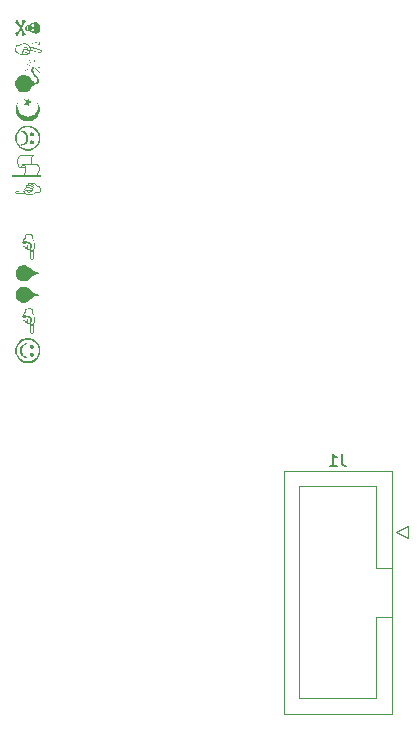
<source format=gbr>
%TF.GenerationSoftware,KiCad,Pcbnew,9.0.5*%
%TF.CreationDate,2025-12-23T14:43:43-05:00*%
%TF.ProjectId,mk_vco_JUST_PCB,6d6b5f76-636f-45f4-9a55-53545f504342,rev?*%
%TF.SameCoordinates,Original*%
%TF.FileFunction,Legend,Bot*%
%TF.FilePolarity,Positive*%
%FSLAX46Y46*%
G04 Gerber Fmt 4.6, Leading zero omitted, Abs format (unit mm)*
G04 Created by KiCad (PCBNEW 9.0.5) date 2025-12-23 14:43:43*
%MOMM*%
%LPD*%
G01*
G04 APERTURE LIST*
%ADD10C,0.400000*%
%ADD11C,0.150000*%
%ADD12C,0.120000*%
G04 APERTURE END LIST*
D10*
G36*
X126433952Y-112072339D02*
G01*
X126296819Y-112117512D01*
X126191175Y-112179269D01*
X126111222Y-112256788D01*
X126053466Y-112351549D01*
X126017094Y-112467158D01*
X126004085Y-112608940D01*
X126017094Y-112750722D01*
X126053466Y-112866332D01*
X126111222Y-112961093D01*
X126191175Y-113038611D01*
X126296819Y-113100369D01*
X126433952Y-113145542D01*
X126433952Y-113236400D01*
X126291567Y-113210319D01*
X126171498Y-113167909D01*
X126070290Y-113110421D01*
X125985278Y-113037953D01*
X125915760Y-112950136D01*
X125865878Y-112850949D01*
X125835067Y-112738202D01*
X125824322Y-112608940D01*
X125835058Y-112479688D01*
X125865857Y-112366828D01*
X125915740Y-112267429D01*
X125985278Y-112179317D01*
X126070337Y-112106505D01*
X126171563Y-112048793D01*
X126291617Y-112006255D01*
X126433952Y-111980137D01*
X126433952Y-112072339D01*
G37*
G36*
X126896280Y-112785720D02*
G01*
X126952968Y-112823508D01*
X126991590Y-112879338D01*
X127004504Y-112946484D01*
X126991662Y-113012390D01*
X126952968Y-113068117D01*
X126896289Y-113105809D01*
X126828649Y-113118431D01*
X126760988Y-113105813D01*
X126704207Y-113068117D01*
X126665609Y-113012400D01*
X126652794Y-112946484D01*
X126665595Y-112880357D01*
X126704207Y-112824118D01*
X126761044Y-112785850D01*
X126828649Y-112773071D01*
X126896280Y-112785720D01*
G37*
G36*
X126896289Y-112112194D02*
G01*
X126952968Y-112149886D01*
X126991653Y-112205528D01*
X127004504Y-112271519D01*
X126991682Y-112337531D01*
X126952968Y-112393762D01*
X126896232Y-112432027D01*
X126828649Y-112444809D01*
X126761044Y-112432031D01*
X126704207Y-112393762D01*
X126665589Y-112337540D01*
X126652794Y-112271519D01*
X126665619Y-112205519D01*
X126704207Y-112149886D01*
X126760988Y-112112190D01*
X126828649Y-112099572D01*
X126896289Y-112112194D01*
G37*
G36*
X126666310Y-111556228D02*
G01*
X126826512Y-111593684D01*
X126975530Y-111655324D01*
X127115259Y-111741920D01*
X127247037Y-111855451D01*
X127360733Y-111987114D01*
X127447433Y-112126690D01*
X127509132Y-112275514D01*
X127546617Y-112435479D01*
X127559423Y-112608940D01*
X127546616Y-112782455D01*
X127509128Y-112942459D01*
X127447426Y-113091306D01*
X127360728Y-113230892D01*
X127247037Y-113362552D01*
X127115266Y-113476034D01*
X126975539Y-113562596D01*
X126826520Y-113624214D01*
X126666315Y-113661657D01*
X126492571Y-113674450D01*
X126318826Y-113661657D01*
X126158621Y-113624214D01*
X126009602Y-113562596D01*
X125869875Y-113476034D01*
X125738104Y-113362552D01*
X125624414Y-113230892D01*
X125537715Y-113091306D01*
X125476013Y-112942459D01*
X125438525Y-112782455D01*
X125425718Y-112608940D01*
X125566402Y-112608940D01*
X125577506Y-112759169D01*
X125610008Y-112897685D01*
X125663503Y-113026533D01*
X125738678Y-113147357D01*
X125837267Y-113261313D01*
X125951545Y-113359529D01*
X126072748Y-113434465D01*
X126202036Y-113487818D01*
X126341054Y-113520244D01*
X126491838Y-113531323D01*
X126642662Y-113520248D01*
X126781779Y-113487830D01*
X126911220Y-113434480D01*
X127032622Y-113359541D01*
X127147141Y-113261313D01*
X127246026Y-113147319D01*
X127321404Y-113026477D01*
X127375033Y-112897631D01*
X127407611Y-112759135D01*
X127418740Y-112608940D01*
X127407611Y-112458745D01*
X127375033Y-112320249D01*
X127321404Y-112191403D01*
X127246026Y-112070562D01*
X127147141Y-111956568D01*
X127032622Y-111858340D01*
X126911220Y-111783400D01*
X126781779Y-111730051D01*
X126642662Y-111697632D01*
X126491838Y-111686557D01*
X126341054Y-111697637D01*
X126202036Y-111730063D01*
X126072748Y-111783415D01*
X125951545Y-111858351D01*
X125837267Y-111956568D01*
X125738678Y-112070524D01*
X125663503Y-112191348D01*
X125610008Y-112320196D01*
X125577506Y-112458712D01*
X125566402Y-112608940D01*
X125425718Y-112608940D01*
X125438524Y-112435479D01*
X125476009Y-112275514D01*
X125537708Y-112126690D01*
X125624408Y-111987114D01*
X125738104Y-111855451D01*
X125869882Y-111741920D01*
X126009611Y-111655324D01*
X126158630Y-111593684D01*
X126318832Y-111556228D01*
X126492571Y-111543431D01*
X126666310Y-111556228D01*
G37*
G36*
X126716433Y-109032961D02*
G01*
X126827329Y-109057549D01*
X126934162Y-109098560D01*
X126934162Y-109392384D01*
X127028368Y-109603339D01*
X127113924Y-109854736D01*
X127075823Y-110232702D01*
X127018181Y-110288511D01*
X127004504Y-110845629D01*
X126994101Y-111024519D01*
X126970554Y-111117227D01*
X126941778Y-111161044D01*
X126903157Y-111186357D01*
X126851485Y-111195263D01*
X126807769Y-111186648D01*
X126771840Y-111160873D01*
X126741698Y-111113808D01*
X126715685Y-111022026D01*
X126705062Y-110872984D01*
X126700905Y-110492820D01*
X126777846Y-110492820D01*
X126777846Y-110793727D01*
X126783253Y-110948005D01*
X126796164Y-111039436D01*
X126821867Y-111105378D01*
X126847578Y-111120402D01*
X126874830Y-111110799D01*
X126898578Y-111077086D01*
X126917884Y-111001806D01*
X126926346Y-110857963D01*
X126939047Y-110369111D01*
X126813628Y-110521763D01*
X126777846Y-110492820D01*
X126700905Y-110492820D01*
X126699689Y-110381568D01*
X126690407Y-110342367D01*
X126671853Y-110366449D01*
X126645833Y-110386575D01*
X126614741Y-110399608D01*
X126577445Y-110404160D01*
X126528451Y-110396034D01*
X126489395Y-110372531D01*
X126460071Y-110335600D01*
X126439326Y-110282527D01*
X126373746Y-110296205D01*
X126311051Y-110285836D01*
X126265791Y-110256882D01*
X126234572Y-110211081D01*
X126215721Y-110143797D01*
X126196793Y-110145995D01*
X126131177Y-110133647D01*
X126085539Y-110098889D01*
X126055178Y-110037571D01*
X126044302Y-109946571D01*
X126121322Y-109946571D01*
X126133613Y-110019637D01*
X126164327Y-110056948D01*
X126215111Y-110069792D01*
X126215111Y-109965134D01*
X126293268Y-109965134D01*
X126293268Y-110087377D01*
X126299172Y-110148298D01*
X126313785Y-110185318D01*
X126338963Y-110209245D01*
X126373746Y-110217314D01*
X126396969Y-110213154D01*
X126426014Y-110198752D01*
X126419226Y-110023752D01*
X126496479Y-110023752D01*
X126504294Y-110167855D01*
X126510148Y-110242148D01*
X126524444Y-110287168D01*
X126549716Y-110317154D01*
X126582818Y-110326613D01*
X126606013Y-110320191D01*
X126623363Y-110300113D01*
X126633133Y-110269653D01*
X126637162Y-110218536D01*
X126637162Y-110041215D01*
X126666594Y-109979055D01*
X126676241Y-109919338D01*
X126667093Y-109855915D01*
X126641363Y-109807142D01*
X126598450Y-109769373D01*
X126496479Y-110023752D01*
X126419226Y-110023752D01*
X126418321Y-110000427D01*
X126493303Y-109858522D01*
X126474296Y-109790524D01*
X126442903Y-109740658D01*
X126399148Y-109705015D01*
X126293268Y-109965134D01*
X126215111Y-109965134D01*
X126215111Y-109940465D01*
X126291681Y-109758382D01*
X126256286Y-109707061D01*
X126225003Y-109675462D01*
X126122665Y-109894181D01*
X126121322Y-109946571D01*
X126044302Y-109946571D01*
X126043164Y-109937046D01*
X126046583Y-109888197D01*
X126072229Y-109838372D01*
X126050118Y-109753862D01*
X126043164Y-109677538D01*
X126047397Y-109607440D01*
X126121322Y-109607440D01*
X126121322Y-109654335D01*
X126122298Y-109725898D01*
X126188488Y-109568605D01*
X126264807Y-109613613D01*
X126328928Y-109676927D01*
X126366175Y-109594129D01*
X126452467Y-109652511D01*
X126503687Y-109705273D01*
X126529451Y-109753864D01*
X126567553Y-109663982D01*
X126654636Y-109720228D01*
X126711227Y-109780711D01*
X126743571Y-109846236D01*
X126754399Y-109919338D01*
X126744873Y-109989924D01*
X126715320Y-110062342D01*
X126711412Y-110184342D01*
X126738445Y-110114674D01*
X126785906Y-110034865D01*
X126756555Y-109922918D01*
X126746583Y-109802346D01*
X126737668Y-109766808D01*
X126820589Y-109763511D01*
X126801294Y-109792088D01*
X126809805Y-109877703D01*
X126835751Y-109963121D01*
X126880673Y-110049764D01*
X126811236Y-110133158D01*
X126773896Y-110209864D01*
X126762215Y-110282771D01*
X126775136Y-110352824D01*
X126814116Y-110413563D01*
X126995345Y-110203270D01*
X127028562Y-109859621D01*
X126979698Y-109715433D01*
X126856004Y-109395437D01*
X126856004Y-109148752D01*
X126731629Y-109113663D01*
X126606388Y-109102101D01*
X126486789Y-109112232D01*
X126363610Y-109143379D01*
X126363610Y-109326805D01*
X126267273Y-109414355D01*
X126186917Y-109507766D01*
X126121322Y-109607440D01*
X126047397Y-109607440D01*
X126048171Y-109594617D01*
X126101133Y-109499500D01*
X126178682Y-109397652D01*
X126285453Y-109287848D01*
X126285453Y-109091599D01*
X126392766Y-109053905D01*
X126497395Y-109031899D01*
X126600282Y-109024676D01*
X126716433Y-109032961D01*
G37*
G36*
X127518024Y-107881864D02*
G01*
X127240870Y-107804217D01*
X127057993Y-107729457D01*
X126893945Y-107629971D01*
X126700543Y-107475810D01*
X126645833Y-107426718D01*
X126512550Y-107323388D01*
X126386091Y-107254724D01*
X126264480Y-107215653D01*
X126145379Y-107202991D01*
X126011226Y-107215650D01*
X125889029Y-107252763D01*
X125776138Y-107314514D01*
X125670693Y-107403026D01*
X125583198Y-107509158D01*
X125522019Y-107622967D01*
X125485187Y-107746325D01*
X125472613Y-107881864D01*
X125485163Y-108016692D01*
X125521953Y-108139627D01*
X125583126Y-108253273D01*
X125670693Y-108359481D01*
X125776131Y-108447934D01*
X125889019Y-108509648D01*
X126011220Y-108546741D01*
X126145379Y-108559394D01*
X126264480Y-108546732D01*
X126386091Y-108507661D01*
X126512550Y-108438998D01*
X126645833Y-108335667D01*
X126700543Y-108286452D01*
X126893938Y-108132392D01*
X127057993Y-108032928D01*
X127240881Y-107958459D01*
X127518024Y-107881864D01*
G37*
G36*
X127518024Y-106060790D02*
G01*
X127240870Y-105983142D01*
X127057993Y-105908382D01*
X126893945Y-105808896D01*
X126700543Y-105654736D01*
X126645833Y-105605643D01*
X126512550Y-105502313D01*
X126386091Y-105433649D01*
X126264480Y-105394578D01*
X126145379Y-105381917D01*
X126011226Y-105394576D01*
X125889029Y-105431689D01*
X125776138Y-105493439D01*
X125670693Y-105581951D01*
X125583198Y-105688084D01*
X125522019Y-105801893D01*
X125485187Y-105925250D01*
X125472613Y-106060790D01*
X125485163Y-106195617D01*
X125521953Y-106318552D01*
X125583126Y-106432199D01*
X125670693Y-106538406D01*
X125776131Y-106626859D01*
X125889019Y-106688573D01*
X126011220Y-106725666D01*
X126145379Y-106738319D01*
X126264480Y-106725658D01*
X126386091Y-106686587D01*
X126512550Y-106617923D01*
X126645833Y-106514593D01*
X126700543Y-106465378D01*
X126893938Y-106311317D01*
X127057993Y-106211854D01*
X127240881Y-106137384D01*
X127518024Y-106060790D01*
G37*
G36*
X126716433Y-102754942D02*
G01*
X126827329Y-102779531D01*
X126934162Y-102820542D01*
X126934162Y-103114366D01*
X127028368Y-103325321D01*
X127113924Y-103576718D01*
X127075823Y-103954683D01*
X127018181Y-104010493D01*
X127004504Y-104567611D01*
X126994101Y-104746501D01*
X126970554Y-104839209D01*
X126941778Y-104883025D01*
X126903157Y-104908338D01*
X126851485Y-104917245D01*
X126807769Y-104908630D01*
X126771840Y-104882855D01*
X126741698Y-104835790D01*
X126715685Y-104744008D01*
X126705062Y-104594966D01*
X126700905Y-104214802D01*
X126777846Y-104214802D01*
X126777846Y-104515709D01*
X126783253Y-104669987D01*
X126796164Y-104761418D01*
X126821867Y-104827359D01*
X126847578Y-104842384D01*
X126874830Y-104832781D01*
X126898578Y-104799068D01*
X126917884Y-104723788D01*
X126926346Y-104579945D01*
X126939047Y-104091093D01*
X126813628Y-104243745D01*
X126777846Y-104214802D01*
X126700905Y-104214802D01*
X126699689Y-104103549D01*
X126690407Y-104064349D01*
X126671853Y-104088430D01*
X126645833Y-104108556D01*
X126614741Y-104121590D01*
X126577445Y-104126142D01*
X126528451Y-104118016D01*
X126489395Y-104094512D01*
X126460071Y-104057582D01*
X126439326Y-104004509D01*
X126373746Y-104018187D01*
X126311051Y-104007818D01*
X126265791Y-103978864D01*
X126234572Y-103933063D01*
X126215721Y-103865779D01*
X126196793Y-103867977D01*
X126131177Y-103855629D01*
X126085539Y-103820871D01*
X126055178Y-103759553D01*
X126044302Y-103668553D01*
X126121322Y-103668553D01*
X126133613Y-103741619D01*
X126164327Y-103778930D01*
X126215111Y-103791773D01*
X126215111Y-103687115D01*
X126293268Y-103687115D01*
X126293268Y-103809359D01*
X126299172Y-103870280D01*
X126313785Y-103907300D01*
X126338963Y-103931227D01*
X126373746Y-103939296D01*
X126396969Y-103935136D01*
X126426014Y-103920734D01*
X126419226Y-103745734D01*
X126496479Y-103745734D01*
X126504294Y-103889837D01*
X126510148Y-103964130D01*
X126524444Y-104009150D01*
X126549716Y-104039136D01*
X126582818Y-104048595D01*
X126606013Y-104042173D01*
X126623363Y-104022094D01*
X126633133Y-103991635D01*
X126637162Y-103940517D01*
X126637162Y-103763197D01*
X126666594Y-103701037D01*
X126676241Y-103641320D01*
X126667093Y-103577896D01*
X126641363Y-103529124D01*
X126598450Y-103491355D01*
X126496479Y-103745734D01*
X126419226Y-103745734D01*
X126418321Y-103722409D01*
X126493303Y-103580503D01*
X126474296Y-103512506D01*
X126442903Y-103462640D01*
X126399148Y-103426997D01*
X126293268Y-103687115D01*
X126215111Y-103687115D01*
X126215111Y-103662447D01*
X126291681Y-103480364D01*
X126256286Y-103429043D01*
X126225003Y-103397443D01*
X126122665Y-103616163D01*
X126121322Y-103668553D01*
X126044302Y-103668553D01*
X126043164Y-103659027D01*
X126046583Y-103610179D01*
X126072229Y-103560353D01*
X126050118Y-103475844D01*
X126043164Y-103399519D01*
X126047397Y-103329422D01*
X126121322Y-103329422D01*
X126121322Y-103376316D01*
X126122298Y-103447880D01*
X126188488Y-103290587D01*
X126264807Y-103335595D01*
X126328928Y-103398909D01*
X126366175Y-103316111D01*
X126452467Y-103374493D01*
X126503687Y-103427255D01*
X126529451Y-103475845D01*
X126567553Y-103385964D01*
X126654636Y-103442210D01*
X126711227Y-103502692D01*
X126743571Y-103568218D01*
X126754399Y-103641320D01*
X126744873Y-103711906D01*
X126715320Y-103784324D01*
X126711412Y-103906323D01*
X126738445Y-103836655D01*
X126785906Y-103756847D01*
X126756555Y-103644900D01*
X126746583Y-103524328D01*
X126737668Y-103488790D01*
X126820589Y-103485493D01*
X126801294Y-103514069D01*
X126809805Y-103599685D01*
X126835751Y-103685103D01*
X126880673Y-103771746D01*
X126811236Y-103855140D01*
X126773896Y-103931846D01*
X126762215Y-104004753D01*
X126775136Y-104074806D01*
X126814116Y-104135545D01*
X126995345Y-103925252D01*
X127028562Y-103581603D01*
X126979698Y-103437415D01*
X126856004Y-103117419D01*
X126856004Y-102870734D01*
X126731629Y-102835644D01*
X126606388Y-102824083D01*
X126486789Y-102834213D01*
X126363610Y-102865360D01*
X126363610Y-103048787D01*
X126267273Y-103136337D01*
X126186917Y-103229747D01*
X126121322Y-103329422D01*
X126047397Y-103329422D01*
X126048171Y-103316599D01*
X126101133Y-103221482D01*
X126178682Y-103119634D01*
X126285453Y-103009830D01*
X126285453Y-102813581D01*
X126392766Y-102775887D01*
X126497395Y-102753881D01*
X126600282Y-102746658D01*
X126716433Y-102754942D01*
G37*
G36*
X127020379Y-98412325D02*
G01*
X127115496Y-98465287D01*
X127217344Y-98542836D01*
X127327148Y-98649607D01*
X127523398Y-98649607D01*
X127561091Y-98756920D01*
X127583098Y-98861549D01*
X127590320Y-98964436D01*
X127582036Y-99080587D01*
X127557447Y-99191483D01*
X127516437Y-99298316D01*
X127222613Y-99298316D01*
X127011658Y-99392522D01*
X126760261Y-99478078D01*
X126382295Y-99439977D01*
X126326485Y-99382335D01*
X125769368Y-99368658D01*
X125590478Y-99358255D01*
X125497770Y-99334708D01*
X125453953Y-99305932D01*
X125428640Y-99267311D01*
X125419734Y-99215640D01*
X125420504Y-99211732D01*
X125494594Y-99211732D01*
X125504197Y-99238984D01*
X125537910Y-99262732D01*
X125613190Y-99282038D01*
X125757033Y-99290500D01*
X126245885Y-99303201D01*
X126093828Y-99178270D01*
X126201433Y-99178270D01*
X126411726Y-99359499D01*
X126755376Y-99392716D01*
X126899564Y-99343852D01*
X127219559Y-99220158D01*
X127466245Y-99220158D01*
X127501334Y-99095783D01*
X127512895Y-98970542D01*
X127502765Y-98850943D01*
X127471618Y-98727764D01*
X127288192Y-98727764D01*
X127200641Y-98631427D01*
X127107231Y-98551071D01*
X127007557Y-98485476D01*
X126960662Y-98485476D01*
X126889099Y-98486452D01*
X127046391Y-98552642D01*
X127001384Y-98628961D01*
X126938070Y-98693082D01*
X127020868Y-98730329D01*
X126962486Y-98816621D01*
X126909723Y-98867841D01*
X126861133Y-98893605D01*
X126951014Y-98931707D01*
X126894769Y-99018790D01*
X126834286Y-99075381D01*
X126768760Y-99107725D01*
X126695659Y-99118553D01*
X126625072Y-99109027D01*
X126552654Y-99079474D01*
X126430655Y-99075566D01*
X126500323Y-99102599D01*
X126580132Y-99150060D01*
X126692079Y-99120709D01*
X126812651Y-99110737D01*
X126848188Y-99101822D01*
X126851485Y-99184743D01*
X126822909Y-99165448D01*
X126737294Y-99173959D01*
X126651876Y-99199905D01*
X126565233Y-99244827D01*
X126481838Y-99175390D01*
X126405132Y-99138050D01*
X126332225Y-99126369D01*
X126262172Y-99139290D01*
X126201433Y-99178270D01*
X126093828Y-99178270D01*
X126093234Y-99177782D01*
X126122176Y-99142000D01*
X125821269Y-99142000D01*
X125666991Y-99147443D01*
X125575561Y-99160441D01*
X125509619Y-99186043D01*
X125494594Y-99211732D01*
X125420504Y-99211732D01*
X125428348Y-99171923D01*
X125454123Y-99135994D01*
X125501189Y-99105852D01*
X125592971Y-99079839D01*
X125742012Y-99069216D01*
X126233429Y-99063843D01*
X126272630Y-99054561D01*
X126248548Y-99036007D01*
X126228422Y-99009987D01*
X126215388Y-98978895D01*
X126211493Y-98946972D01*
X126288384Y-98946972D01*
X126294806Y-98970167D01*
X126314884Y-98987517D01*
X126345344Y-98997287D01*
X126396461Y-99001316D01*
X126573781Y-99001316D01*
X126635941Y-99030870D01*
X126695659Y-99040395D01*
X126759082Y-99031247D01*
X126807854Y-99005517D01*
X126845624Y-98962604D01*
X126591245Y-98860633D01*
X126447141Y-98868448D01*
X126372849Y-98874302D01*
X126327829Y-98888598D01*
X126297843Y-98913870D01*
X126288384Y-98946972D01*
X126211493Y-98946972D01*
X126210837Y-98941599D01*
X126218967Y-98892625D01*
X126242466Y-98853672D01*
X126279408Y-98824251D01*
X126332469Y-98803480D01*
X126318792Y-98737900D01*
X126397682Y-98737900D01*
X126401843Y-98761123D01*
X126416245Y-98790168D01*
X126614570Y-98782475D01*
X126756475Y-98857457D01*
X126824472Y-98838450D01*
X126874339Y-98807057D01*
X126909982Y-98763302D01*
X126649863Y-98657422D01*
X126527619Y-98657422D01*
X126466709Y-98663359D01*
X126429678Y-98678061D01*
X126405755Y-98703141D01*
X126397682Y-98737900D01*
X126318792Y-98737900D01*
X126329165Y-98675225D01*
X126358115Y-98630067D01*
X126403927Y-98598753D01*
X126471199Y-98579875D01*
X126471128Y-98579265D01*
X126545205Y-98579265D01*
X126674532Y-98579265D01*
X126856615Y-98655835D01*
X126907935Y-98620440D01*
X126939535Y-98589157D01*
X126720816Y-98486819D01*
X126668425Y-98485476D01*
X126595359Y-98497767D01*
X126558048Y-98528481D01*
X126545205Y-98579265D01*
X126471128Y-98579265D01*
X126469001Y-98560947D01*
X126481350Y-98495331D01*
X126516108Y-98449693D01*
X126577426Y-98419332D01*
X126677951Y-98407318D01*
X126726800Y-98410737D01*
X126776625Y-98436383D01*
X126861134Y-98414273D01*
X126937459Y-98407318D01*
X127020379Y-98412325D01*
G37*
G36*
X126927300Y-96170950D02*
G01*
X126868918Y-96313836D01*
X126835071Y-96463470D01*
X126825657Y-96621891D01*
X126841838Y-96791407D01*
X127135296Y-96791407D01*
X127251247Y-96803965D01*
X127339985Y-96838438D01*
X127407983Y-96892998D01*
X127458750Y-96969916D01*
X127492212Y-97075146D01*
X127504713Y-97217489D01*
X127491234Y-97361391D01*
X127450814Y-97499971D01*
X127382097Y-97635466D01*
X127281964Y-97769600D01*
X127469054Y-97769600D01*
X127505174Y-97743549D01*
X127541349Y-97735528D01*
X127595063Y-97747486D01*
X127625814Y-97780512D01*
X127637581Y-97841896D01*
X127625937Y-97901482D01*
X127595299Y-97933792D01*
X127541349Y-97945577D01*
X127502208Y-97937171D01*
X127468809Y-97911383D01*
X125183429Y-97911383D01*
X125183429Y-97769600D01*
X126045362Y-97769600D01*
X126150386Y-97769600D01*
X127184022Y-97769600D01*
X127295245Y-97626323D01*
X127369776Y-97487952D01*
X127412571Y-97352490D01*
X127426555Y-97217489D01*
X127416279Y-97099972D01*
X127388785Y-97013154D01*
X127347106Y-96949754D01*
X127291337Y-96904829D01*
X127218630Y-96876470D01*
X127123694Y-96866145D01*
X126283621Y-96866145D01*
X126323349Y-96972532D01*
X126347536Y-97086444D01*
X126355795Y-97209307D01*
X126342781Y-97364226D01*
X126304498Y-97507741D01*
X126240901Y-97642253D01*
X126150386Y-97769600D01*
X126045362Y-97769600D01*
X126148999Y-97640437D01*
X126220666Y-97506074D01*
X126263267Y-97364590D01*
X126277637Y-97213337D01*
X126269943Y-97118937D01*
X125820659Y-97118937D01*
X125770424Y-97105077D01*
X125720528Y-97058174D01*
X125668740Y-96960912D01*
X125634688Y-96853744D01*
X125613102Y-96730204D01*
X125605481Y-96587709D01*
X125606136Y-96579404D01*
X125683638Y-96579404D01*
X125697370Y-96759865D01*
X125736273Y-96913895D01*
X125779794Y-97007666D01*
X125818438Y-97050159D01*
X125854242Y-97061906D01*
X125883521Y-97052869D01*
X125892448Y-97044198D01*
X125992239Y-97044198D01*
X126259441Y-97044198D01*
X126238077Y-96943204D01*
X126211618Y-96886416D01*
X126182593Y-96858396D01*
X126150020Y-96849781D01*
X126114481Y-96863100D01*
X126064486Y-96916968D01*
X125992239Y-97044198D01*
X125892448Y-97044198D01*
X125917367Y-97019994D01*
X125958412Y-96948089D01*
X125974776Y-96911208D01*
X126020202Y-96842187D01*
X126074422Y-96804162D01*
X126140495Y-96791407D01*
X126767100Y-96791407D01*
X126757825Y-96703035D01*
X126754399Y-96591739D01*
X126766592Y-96434066D01*
X126803845Y-96273362D01*
X126867972Y-96107894D01*
X125829573Y-96107894D01*
X125765617Y-96216493D01*
X125720299Y-96330407D01*
X125692929Y-96450874D01*
X125683638Y-96579404D01*
X125606136Y-96579404D01*
X125617696Y-96432712D01*
X125653474Y-96290077D01*
X125712517Y-96157494D01*
X125795868Y-96033155D01*
X127011587Y-96033155D01*
X126927300Y-96170950D01*
G37*
G36*
X126078037Y-94020250D02*
G01*
X126199664Y-94062832D01*
X126302132Y-94120551D01*
X126388157Y-94193274D01*
X126458674Y-94281513D01*
X126509183Y-94380953D01*
X126540336Y-94493766D01*
X126551189Y-94622897D01*
X126540338Y-94752026D01*
X126509187Y-94864862D01*
X126458678Y-94964344D01*
X126388157Y-95052642D01*
X126302123Y-95125242D01*
X126199664Y-95182677D01*
X126078049Y-95224820D01*
X125933743Y-95250357D01*
X125933743Y-95159376D01*
X126073914Y-95113967D01*
X126181627Y-95051945D01*
X126262915Y-94974251D01*
X126321477Y-94879501D01*
X126358280Y-94764149D01*
X126371426Y-94622897D01*
X126358248Y-94481069D01*
X126321387Y-94365441D01*
X126262782Y-94270646D01*
X126181493Y-94193090D01*
X126073827Y-94131364D01*
X125933743Y-94086418D01*
X125933743Y-93994094D01*
X126078037Y-94020250D01*
G37*
G36*
X126888464Y-94799677D02*
G01*
X126945153Y-94837464D01*
X126983775Y-94893295D01*
X126996688Y-94960441D01*
X126983846Y-95026347D01*
X126945153Y-95082074D01*
X126888473Y-95119766D01*
X126820833Y-95132388D01*
X126753172Y-95119770D01*
X126696391Y-95082074D01*
X126657793Y-95026357D01*
X126644978Y-94960441D01*
X126657779Y-94894314D01*
X126696391Y-94838075D01*
X126753229Y-94799807D01*
X126820833Y-94787028D01*
X126888464Y-94799677D01*
G37*
G36*
X126888473Y-94126150D02*
G01*
X126945153Y-94163843D01*
X126983837Y-94219485D01*
X126996688Y-94285476D01*
X126983866Y-94351488D01*
X126945153Y-94407719D01*
X126888416Y-94445983D01*
X126820833Y-94458766D01*
X126753229Y-94445987D01*
X126696391Y-94407719D01*
X126657774Y-94351497D01*
X126644978Y-94285476D01*
X126657803Y-94219476D01*
X126696391Y-94163843D01*
X126753172Y-94126147D01*
X126820833Y-94113529D01*
X126888473Y-94126150D01*
G37*
G36*
X126661729Y-93570178D02*
G01*
X126821315Y-93607617D01*
X126969774Y-93669240D01*
X127108998Y-93755837D01*
X127240320Y-93869408D01*
X127353575Y-94001014D01*
X127439968Y-94140563D01*
X127501468Y-94289390D01*
X127538839Y-94449386D01*
X127551608Y-94622897D01*
X127538838Y-94796462D01*
X127501463Y-94956496D01*
X127439962Y-95105346D01*
X127353569Y-95244905D01*
X127240320Y-95376508D01*
X127109004Y-95490030D01*
X126969783Y-95576593D01*
X126821324Y-95638194D01*
X126661735Y-95675620D01*
X126488663Y-95688406D01*
X126315594Y-95675622D01*
X126155992Y-95638197D01*
X126007507Y-95576597D01*
X125868248Y-95490034D01*
X125736883Y-95376508D01*
X125623683Y-95244911D01*
X125537325Y-95105355D01*
X125475845Y-94956505D01*
X125438484Y-94796468D01*
X125425718Y-94622897D01*
X125566402Y-94622897D01*
X125577468Y-94773176D01*
X125609856Y-94911722D01*
X125663152Y-95040573D01*
X125738020Y-95161370D01*
X125836168Y-95275270D01*
X125950042Y-95373535D01*
X126070768Y-95448473D01*
X126199499Y-95501806D01*
X126337875Y-95534210D01*
X126487930Y-95545280D01*
X126638025Y-95534214D01*
X126776501Y-95501818D01*
X126905385Y-95448488D01*
X127026309Y-95373546D01*
X127140425Y-95275270D01*
X127238867Y-95161332D01*
X127313939Y-95040517D01*
X127367368Y-94911668D01*
X127399832Y-94773142D01*
X127410924Y-94622897D01*
X127399832Y-94472652D01*
X127367368Y-94334126D01*
X127313939Y-94205277D01*
X127238867Y-94084462D01*
X127140425Y-93970524D01*
X127026309Y-93872248D01*
X126905385Y-93797306D01*
X126776501Y-93743976D01*
X126638025Y-93711580D01*
X126487930Y-93700514D01*
X126337875Y-93711584D01*
X126199499Y-93743988D01*
X126070768Y-93797321D01*
X125950042Y-93872259D01*
X125836168Y-93970524D01*
X125738020Y-94084424D01*
X125663152Y-94205221D01*
X125609856Y-94334072D01*
X125577468Y-94472618D01*
X125566402Y-94622897D01*
X125425718Y-94622897D01*
X125438482Y-94449380D01*
X125475841Y-94289381D01*
X125537318Y-94140554D01*
X125623677Y-94001007D01*
X125736883Y-93869408D01*
X125868254Y-93755833D01*
X126007516Y-93669236D01*
X126156001Y-93607613D01*
X126315599Y-93570177D01*
X126488663Y-93557388D01*
X126661729Y-93570178D01*
G37*
G36*
X125687302Y-91564000D02*
G01*
X125567623Y-91762325D01*
X125514838Y-91901128D01*
X125483240Y-92044613D01*
X125472613Y-92194268D01*
X125484808Y-92359762D01*
X125520498Y-92512296D01*
X125579223Y-92654119D01*
X125661715Y-92787042D01*
X125769856Y-92912342D01*
X125895276Y-93020330D01*
X126028333Y-93102719D01*
X126170305Y-93161381D01*
X126322999Y-93197035D01*
X126488663Y-93209219D01*
X126655532Y-93196938D01*
X126808906Y-93161042D01*
X126951097Y-93102053D01*
X127083964Y-93019284D01*
X127208813Y-92910877D01*
X127316207Y-92785223D01*
X127398301Y-92651485D01*
X127456861Y-92508353D01*
X127492514Y-92353982D01*
X127504713Y-92186086D01*
X127492102Y-92033693D01*
X127453757Y-91880714D01*
X127387949Y-91725304D01*
X127291733Y-91565831D01*
X127364029Y-91922670D01*
X127353520Y-92065275D01*
X127322767Y-92196689D01*
X127272171Y-92318852D01*
X127201103Y-92433327D01*
X127107940Y-92541215D01*
X126999984Y-92634215D01*
X126885403Y-92705180D01*
X126763094Y-92755716D01*
X126631495Y-92786437D01*
X126488663Y-92796937D01*
X126347035Y-92786534D01*
X126216117Y-92756054D01*
X126094030Y-92705846D01*
X125979259Y-92635261D01*
X125870728Y-92542681D01*
X125776743Y-92435113D01*
X125705267Y-92321572D01*
X125654535Y-92200999D01*
X125623783Y-92071879D01*
X125613296Y-91932318D01*
X125687302Y-91564000D01*
G37*
G36*
X126605899Y-91981044D02*
G01*
X126605899Y-91677939D01*
X126897892Y-91583539D01*
X126605899Y-91490605D01*
X126605899Y-91187377D01*
X126430899Y-91432719D01*
X126140983Y-91339907D01*
X126319158Y-91583539D01*
X126141105Y-91828637D01*
X126430899Y-91735702D01*
X126605899Y-91981044D01*
G37*
G36*
X127025509Y-89763319D02*
G01*
X126840250Y-89763319D01*
X126761219Y-89606544D01*
X126669365Y-89485115D01*
X126564864Y-89393558D01*
X126446349Y-89328355D01*
X126311021Y-89288222D01*
X126154905Y-89274223D01*
X126007755Y-89287845D01*
X125874526Y-89327654D01*
X125752281Y-89393630D01*
X125638942Y-89487813D01*
X125544909Y-89601254D01*
X125479044Y-89723519D01*
X125439310Y-89856680D01*
X125425718Y-90003654D01*
X125439285Y-90149852D01*
X125478977Y-90282528D01*
X125544835Y-90404572D01*
X125638942Y-90518030D01*
X125752313Y-90612356D01*
X125874133Y-90678318D01*
X126006434Y-90718047D01*
X126152096Y-90731620D01*
X126303428Y-90717891D01*
X126436496Y-90678283D01*
X126554860Y-90613492D01*
X126661021Y-90521984D01*
X126756200Y-90400115D01*
X126840250Y-90242402D01*
X127025264Y-90242402D01*
X127056662Y-90166932D01*
X127078876Y-90073019D01*
X127104277Y-90073019D01*
X127195669Y-90062415D01*
X127274784Y-90031685D01*
X127344490Y-89980451D01*
X127399058Y-89913565D01*
X127431210Y-89838857D01*
X127442187Y-89753549D01*
X127431473Y-89670185D01*
X127396132Y-89572744D01*
X127329510Y-89457166D01*
X127222857Y-89319286D01*
X127159720Y-89246868D01*
X127047999Y-89103741D01*
X126979773Y-88988840D01*
X126944551Y-88896591D01*
X126934162Y-88821763D01*
X126944218Y-88764891D01*
X126980934Y-88684376D01*
X126988872Y-88649694D01*
X126981889Y-88610557D01*
X126964089Y-88590100D01*
X126933917Y-88582894D01*
X126900503Y-88590188D01*
X126868224Y-88613593D01*
X126835610Y-88658853D01*
X126804297Y-88738749D01*
X126793478Y-88831411D01*
X126805758Y-88925861D01*
X126846653Y-89038505D01*
X126924429Y-89174551D01*
X127049811Y-89339436D01*
X127115756Y-89417349D01*
X127231853Y-89572826D01*
X127286722Y-89681254D01*
X127301503Y-89756358D01*
X127292670Y-89818634D01*
X127268236Y-89864643D01*
X127227963Y-89898587D01*
X127167387Y-89921297D01*
X127078753Y-89930015D01*
X127056022Y-89845239D01*
X127025509Y-89763319D01*
G37*
G36*
X127510941Y-89125357D02*
G01*
X127561133Y-89064296D01*
X127112947Y-88728829D01*
X127510941Y-89125357D01*
G37*
G36*
X127559423Y-88651159D02*
G01*
X127559423Y-88572880D01*
X127155934Y-88610004D01*
X127559423Y-88651159D01*
G37*
G36*
X127561011Y-88162674D02*
G01*
X127513750Y-88100025D01*
X127111604Y-88488372D01*
X127561011Y-88162674D01*
G37*
G36*
X127108185Y-88032981D02*
G01*
X127034668Y-88020769D01*
X127000840Y-88426944D01*
X127108185Y-88032981D01*
G37*
G36*
X126629225Y-87951404D02*
G01*
X126565966Y-87988406D01*
X126877864Y-88450148D01*
X126629225Y-87951404D01*
G37*
G36*
X126431021Y-88375043D02*
G01*
X126404765Y-88448682D01*
X126798729Y-88547112D01*
X126431021Y-88375043D01*
G37*
G36*
X126263715Y-88839715D02*
G01*
X126289971Y-88911767D01*
X126801416Y-88678270D01*
X126263715Y-88839715D01*
G37*
G36*
X127478954Y-86451080D02*
G01*
X127521199Y-86480085D01*
X127549843Y-86522797D01*
X127559423Y-86573752D01*
X127547801Y-86619536D01*
X127508456Y-86667318D01*
X127427969Y-86719718D01*
X127286116Y-86776962D01*
X126827550Y-86927171D01*
X127434982Y-87075549D01*
X127557387Y-87115596D01*
X127628693Y-87159103D01*
X127665218Y-87204598D01*
X127676660Y-87254090D01*
X127666621Y-87324269D01*
X127640024Y-87370350D01*
X127596494Y-87398990D01*
X127529626Y-87409673D01*
X127467127Y-87401401D01*
X127310418Y-87363145D01*
X126736936Y-87208905D01*
X126690407Y-87210249D01*
X126646322Y-87209394D01*
X126686399Y-87246310D01*
X126708260Y-87283950D01*
X126715320Y-87323822D01*
X126705205Y-87389969D01*
X126678073Y-87433853D01*
X126633971Y-87460985D01*
X126565721Y-87471222D01*
X126484755Y-87456690D01*
X126496479Y-87513720D01*
X126487717Y-87562129D01*
X126463384Y-87595175D01*
X126424756Y-87615148D01*
X126363733Y-87622897D01*
X126323993Y-87618729D01*
X126266768Y-87603724D01*
X126201800Y-87603724D01*
X126059874Y-87594657D01*
X125922868Y-87567669D01*
X125789640Y-87522635D01*
X125668007Y-87415168D01*
X125513157Y-87415168D01*
X125473671Y-87315262D01*
X125449593Y-87207452D01*
X125441349Y-87090203D01*
X125441976Y-87082021D01*
X125519507Y-87082021D01*
X125530436Y-87203773D01*
X125565058Y-87337621D01*
X125686081Y-87337621D01*
X125830795Y-87463773D01*
X125864134Y-87474519D01*
X125964201Y-87499496D01*
X126075404Y-87518361D01*
X126042309Y-87497967D01*
X125996950Y-87461732D01*
X125972740Y-87424735D01*
X125965006Y-87385371D01*
X125966453Y-87377067D01*
X126043164Y-87377067D01*
X126051083Y-87404168D01*
X126078803Y-87432980D01*
X126137808Y-87465116D01*
X126260906Y-87516896D01*
X126330092Y-87542351D01*
X126360679Y-87548037D01*
X126387643Y-87544013D01*
X126404399Y-87533504D01*
X126414515Y-87516467D01*
X126418321Y-87490517D01*
X126410622Y-87462316D01*
X126384503Y-87433868D01*
X126330393Y-87403811D01*
X126248328Y-87368274D01*
X126157324Y-87332283D01*
X126108987Y-87323577D01*
X126078808Y-87327303D01*
X126059650Y-87336889D01*
X126047551Y-87352956D01*
X126043164Y-87377067D01*
X125966453Y-87377067D01*
X125973341Y-87337552D01*
X125997002Y-87302084D01*
X126033945Y-87277479D01*
X126086395Y-87263372D01*
X126065094Y-87219731D01*
X126058795Y-87183138D01*
X126059258Y-87180329D01*
X126136953Y-87180329D01*
X126148772Y-87214339D01*
X126193774Y-87255967D01*
X126296199Y-87309167D01*
X126425160Y-87362534D01*
X126500021Y-87387766D01*
X126556806Y-87395018D01*
X126593984Y-87390167D01*
X126617257Y-87377677D01*
X126631863Y-87356967D01*
X126637162Y-87326508D01*
X126628232Y-87300153D01*
X126594916Y-87269401D01*
X126520048Y-87231864D01*
X126381562Y-87175688D01*
X126256362Y-87126532D01*
X126205097Y-87115971D01*
X126174203Y-87120364D01*
X126154050Y-87131969D01*
X126141602Y-87151027D01*
X126136953Y-87180329D01*
X126059258Y-87180329D01*
X126069435Y-87118630D01*
X126098118Y-87076526D01*
X126144059Y-87050974D01*
X126214989Y-87041233D01*
X126259899Y-87046876D01*
X126325875Y-87067489D01*
X126445310Y-87115360D01*
X126410140Y-87055105D01*
X126383394Y-86968448D01*
X126357993Y-86968448D01*
X126270778Y-86963125D01*
X126183848Y-86947077D01*
X126183848Y-86873804D01*
X126292171Y-86889050D01*
X126382783Y-86893710D01*
X126461063Y-86890657D01*
X126474871Y-86987778D01*
X126501717Y-87053957D01*
X126538920Y-87097508D01*
X126587065Y-87123477D01*
X126649863Y-87132702D01*
X126614570Y-86861348D01*
X126480787Y-86769113D01*
X126341252Y-86699042D01*
X126317596Y-86691111D01*
X126500631Y-86691111D01*
X126586902Y-86745285D01*
X126682836Y-86824589D01*
X126728509Y-87129526D01*
X127356091Y-87298176D01*
X127414099Y-87313197D01*
X127458673Y-87324188D01*
X127521322Y-87334935D01*
X127556758Y-87329812D01*
X127579329Y-87316372D01*
X127593249Y-87294153D01*
X127598502Y-87259586D01*
X127585315Y-87224992D01*
X127535835Y-87188696D01*
X127421670Y-87150043D01*
X126768931Y-86988232D01*
X126757574Y-86875758D01*
X127277201Y-86698560D01*
X127448293Y-86631760D01*
X127473183Y-86607058D01*
X127481266Y-86575095D01*
X127477565Y-86548015D01*
X127468077Y-86531498D01*
X127452174Y-86521429D01*
X127426555Y-86517576D01*
X127363965Y-86525063D01*
X127217850Y-86558487D01*
X126694315Y-86691111D01*
X126500631Y-86691111D01*
X126317596Y-86691111D01*
X126194839Y-86649956D01*
X126145624Y-86636644D01*
X126096287Y-86656672D01*
X125897135Y-86746083D01*
X125743478Y-86838633D01*
X125564936Y-86838633D01*
X125530593Y-86962860D01*
X125519507Y-87082021D01*
X125441976Y-87082021D01*
X125448487Y-86997025D01*
X125471416Y-86890813D01*
X125512913Y-86769268D01*
X125713680Y-86769268D01*
X125938290Y-86643901D01*
X126135243Y-86561662D01*
X126231722Y-86577480D01*
X126347613Y-86612220D01*
X126405376Y-86613563D01*
X126674532Y-86624554D01*
X127195624Y-86488023D01*
X127357570Y-86449961D01*
X127428143Y-86441372D01*
X127478954Y-86451080D01*
G37*
G36*
X125630470Y-84606773D02*
G01*
X125665207Y-84642294D01*
X125696871Y-84715493D01*
X125721862Y-84847321D01*
X125762651Y-84914732D01*
X125887703Y-85117088D01*
X125910051Y-85154457D01*
X126003620Y-84936965D01*
X126041820Y-84802747D01*
X125996513Y-84717995D01*
X125980638Y-84666826D01*
X125985161Y-84635405D01*
X125997124Y-84614924D01*
X126016490Y-84602042D01*
X126044873Y-84597339D01*
X126083316Y-84608506D01*
X126153073Y-84655835D01*
X126240512Y-84646554D01*
X126275670Y-84650687D01*
X126297665Y-84661208D01*
X126311637Y-84679127D01*
X126316716Y-84706515D01*
X126309041Y-84733072D01*
X126275927Y-84783574D01*
X126155271Y-84914977D01*
X126130969Y-84971763D01*
X125988942Y-85281707D01*
X126089974Y-85493691D01*
X126155271Y-85656376D01*
X126229627Y-85726082D01*
X126276294Y-85778375D01*
X126308399Y-85828788D01*
X126316716Y-85862272D01*
X126311298Y-85892251D01*
X126296199Y-85912953D01*
X126272224Y-85925543D01*
X126234406Y-85930416D01*
X126152829Y-85917105D01*
X126076911Y-85966423D01*
X126044507Y-85976822D01*
X126016443Y-85971647D01*
X125997002Y-85957161D01*
X125985135Y-85934529D01*
X125980638Y-85900496D01*
X125996391Y-85845664D01*
X126041820Y-85783138D01*
X126001082Y-85633472D01*
X125910174Y-85418605D01*
X125818559Y-85576394D01*
X125729922Y-85706690D01*
X125701421Y-85858505D01*
X125678753Y-85926386D01*
X125644240Y-85966329D01*
X125593268Y-85979631D01*
X125551322Y-85966659D01*
X125523556Y-85925556D01*
X125511691Y-85838337D01*
X125458216Y-85794807D01*
X125432828Y-85760529D01*
X125425718Y-85732457D01*
X125438834Y-85693789D01*
X125483898Y-85661204D01*
X125582888Y-85635859D01*
X125718598Y-85470485D01*
X125833237Y-85292576D01*
X125739658Y-85140143D01*
X125596077Y-84951491D01*
X125557487Y-84936958D01*
X125472893Y-84898107D01*
X125435635Y-84865763D01*
X125425718Y-84837674D01*
X125440792Y-84795827D01*
X125502899Y-84731672D01*
X125526967Y-84646624D01*
X125556760Y-84607477D01*
X125591681Y-84595995D01*
X125630470Y-84606773D01*
G37*
G36*
X127236163Y-84813669D02*
G01*
X127314405Y-84838827D01*
X127383584Y-84880105D01*
X127445240Y-84938790D01*
X127507175Y-85033785D01*
X127545734Y-85148183D01*
X127559423Y-85287081D01*
X127545736Y-85425980D01*
X127507179Y-85540422D01*
X127445240Y-85635493D01*
X127383591Y-85694119D01*
X127314416Y-85735361D01*
X127236171Y-85760499D01*
X127146531Y-85769216D01*
X127040971Y-85763283D01*
X126967041Y-85748005D01*
X126916943Y-85726351D01*
X126828700Y-85680482D01*
X126790303Y-85668099D01*
X126673555Y-85649903D01*
X126599196Y-85486627D01*
X126793478Y-85486627D01*
X126801605Y-85534866D01*
X126823811Y-85567286D01*
X126861426Y-85588032D01*
X126921217Y-85596048D01*
X126977365Y-85588238D01*
X127013174Y-85567838D01*
X127035329Y-85534110D01*
X127043582Y-85482475D01*
X127036066Y-85434469D01*
X127015905Y-85402904D01*
X126982643Y-85383220D01*
X126930864Y-85375741D01*
X126865856Y-85384076D01*
X126825453Y-85405445D01*
X126801974Y-85438334D01*
X126793478Y-85486627D01*
X126599196Y-85486627D01*
X126586238Y-85458173D01*
X126521513Y-85430695D01*
X126508813Y-85366826D01*
X126504294Y-85287081D01*
X126506242Y-85252887D01*
X126644978Y-85252887D01*
X126656580Y-85285737D01*
X126644978Y-85318466D01*
X126654748Y-85353392D01*
X126684423Y-85365116D01*
X126704078Y-85359041D01*
X126738767Y-85333365D01*
X126805568Y-85285737D01*
X126738767Y-85238110D01*
X126704259Y-85212201D01*
X126685767Y-85206236D01*
X126655630Y-85217391D01*
X126644978Y-85252887D01*
X126506242Y-85252887D01*
X126509130Y-85202211D01*
X126521513Y-85143466D01*
X126586238Y-85115988D01*
X126602311Y-85080695D01*
X126793478Y-85080695D01*
X126801657Y-85129712D01*
X126823947Y-85162558D01*
X126861573Y-85183505D01*
X126921217Y-85191582D01*
X126977641Y-85183551D01*
X127013735Y-85162489D01*
X127035498Y-85128889D01*
X127043582Y-85078009D01*
X127036013Y-85028813D01*
X127015861Y-84996920D01*
X126983034Y-84977409D01*
X126930864Y-84969931D01*
X126865843Y-84978262D01*
X126825441Y-84999613D01*
X126801970Y-85032466D01*
X126793478Y-85080695D01*
X126602311Y-85080695D01*
X126673555Y-84924258D01*
X126790181Y-84906062D01*
X126838052Y-84892995D01*
X126941189Y-84843338D01*
X127043516Y-84814459D01*
X127146531Y-84804945D01*
X127236163Y-84813669D01*
G37*
G36*
X126575980Y-85080451D02*
G01*
X126539954Y-85094007D01*
X126472179Y-85129332D01*
X126440547Y-85161418D01*
X126425158Y-85206006D01*
X126418321Y-85295263D01*
X126425345Y-85374683D01*
X126441890Y-85418117D01*
X126474234Y-85450419D01*
X126540076Y-85485528D01*
X126575980Y-85499083D01*
X126563035Y-85555503D01*
X126415512Y-85520210D01*
X126335767Y-85436435D01*
X126290537Y-85399838D01*
X126263701Y-85352179D01*
X126254190Y-85289767D01*
X126259534Y-85242029D01*
X126274706Y-85202573D01*
X126299992Y-85169402D01*
X126335767Y-85143221D01*
X126415512Y-85059446D01*
X126563035Y-85024153D01*
X126575980Y-85080451D01*
G37*
D11*
X153063333Y-121354819D02*
X153063333Y-122069104D01*
X153063333Y-122069104D02*
X153110952Y-122211961D01*
X153110952Y-122211961D02*
X153206190Y-122307200D01*
X153206190Y-122307200D02*
X153349047Y-122354819D01*
X153349047Y-122354819D02*
X153444285Y-122354819D01*
X152063333Y-122354819D02*
X152634761Y-122354819D01*
X152349047Y-122354819D02*
X152349047Y-121354819D01*
X152349047Y-121354819D02*
X152444285Y-121497676D01*
X152444285Y-121497676D02*
X152539523Y-121592914D01*
X152539523Y-121592914D02*
X152634761Y-121640533D01*
D12*
%TO.C,J1*%
X148170000Y-122790000D02*
X148170000Y-143370000D01*
X148170000Y-143370000D02*
X157290000Y-143370000D01*
X149480000Y-124090000D02*
X149480000Y-142070000D01*
X149480000Y-142070000D02*
X155980000Y-142070000D01*
X155980000Y-124090000D02*
X149480000Y-124090000D01*
X155980000Y-131030000D02*
X155980000Y-124090000D01*
X155980000Y-135130000D02*
X157290000Y-135130000D01*
X155980000Y-142070000D02*
X155980000Y-135130000D01*
X157290000Y-122790000D02*
X148170000Y-122790000D01*
X157290000Y-131030000D02*
X155980000Y-131030000D01*
X157290000Y-143370000D02*
X157290000Y-122790000D01*
X157680000Y-128000000D02*
X158680000Y-127500000D01*
X158680000Y-127500000D02*
X158680000Y-128500000D01*
X158680000Y-128500000D02*
X157680000Y-128000000D01*
%TD*%
M02*

</source>
